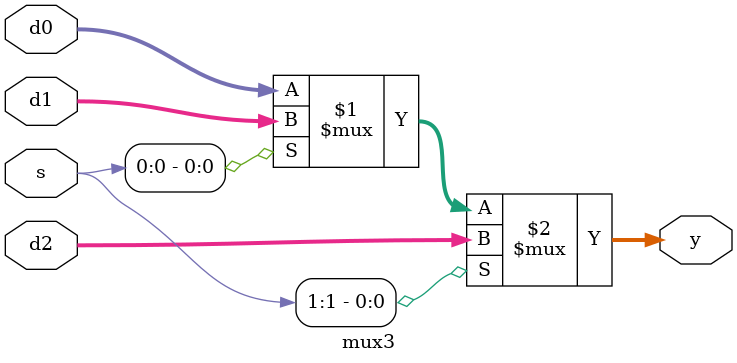
<source format=sv>

`timescale 1ns / 1ps


module mux3 #(parameter WIDTH = 8)(
        input   logic [WIDTH-1:0]   d0, d1, d2,
        input   logic [1:0]         s,
        output  logic [WIDTH-1:0]   y
    );

    assign y = s[1] ? d2 : (s[0] ? d1 : d0);
    
endmodule

</source>
